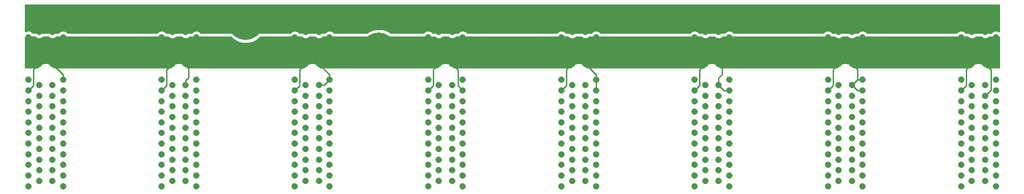
<source format=gbr>
G04 #@! TF.GenerationSoftware,KiCad,Pcbnew,5.1.5*
G04 #@! TF.CreationDate,2020-04-28T21:46:35+02:00*
G04 #@! TF.ProjectId,backplane,6261636b-706c-4616-9e65-2e6b69636164,rev?*
G04 #@! TF.SameCoordinates,Original*
G04 #@! TF.FileFunction,Copper,L2,Bot*
G04 #@! TF.FilePolarity,Positive*
%FSLAX46Y46*%
G04 Gerber Fmt 4.6, Leading zero omitted, Abs format (unit mm)*
G04 Created by KiCad (PCBNEW 5.1.5) date 2020-04-28 21:46:35*
%MOMM*%
%LPD*%
G04 APERTURE LIST*
%ADD10C,0.800000*%
%ADD11C,6.400000*%
%ADD12C,1.208000*%
%ADD13R,1.208000X1.208000*%
%ADD14C,0.250000*%
%ADD15C,0.254000*%
G04 APERTURE END LIST*
D10*
X99197056Y-40802944D03*
X97500000Y-40100000D03*
X95802944Y-40802944D03*
X95100000Y-42500000D03*
X95802944Y-44197056D03*
X97500000Y-44900000D03*
X99197056Y-44197056D03*
X99900000Y-42500000D03*
D11*
X97500000Y-42500000D03*
X122500000Y-47500000D03*
D10*
X124900000Y-47500000D03*
X124197056Y-49197056D03*
X122500000Y-49900000D03*
X120802944Y-49197056D03*
X120100000Y-47500000D03*
X120802944Y-45802944D03*
X122500000Y-45100000D03*
X124197056Y-45802944D03*
D12*
X58750000Y-72200000D03*
X56750000Y-71200000D03*
X58750000Y-70200000D03*
X56750000Y-69200000D03*
X58750000Y-68200000D03*
X56750000Y-67200000D03*
X58750000Y-66200000D03*
X56750000Y-65200000D03*
X58750000Y-64200000D03*
X56750000Y-63200000D03*
X58750000Y-62200000D03*
X56750000Y-61200000D03*
X58750000Y-60200000D03*
X56750000Y-59200000D03*
X58750000Y-58200000D03*
X56750000Y-57200000D03*
X58750000Y-56200000D03*
X56750000Y-55200000D03*
X58750000Y-54200000D03*
X58750000Y-50200000D03*
X56750000Y-49200000D03*
X58750000Y-48200000D03*
X56750000Y-47200000D03*
X58750000Y-46200000D03*
X56750000Y-45200000D03*
X58750000Y-44200000D03*
X56750000Y-43200000D03*
X58750000Y-42200000D03*
X61250000Y-72200000D03*
X63250000Y-71200000D03*
X61250000Y-70200000D03*
X63250000Y-69200000D03*
X61250000Y-68200000D03*
X63250000Y-67200000D03*
X61250000Y-66200000D03*
X63250000Y-65200000D03*
X61250000Y-64200000D03*
X63250000Y-63200000D03*
X61250000Y-62200000D03*
X63250000Y-61200000D03*
X61250000Y-60200000D03*
X63250000Y-59200000D03*
X61250000Y-58200000D03*
X63250000Y-57200000D03*
X61250000Y-56200000D03*
X63250000Y-55200000D03*
X61250000Y-50200000D03*
X63250000Y-49200000D03*
X61250000Y-48200000D03*
X63250000Y-47200000D03*
X61250000Y-46200000D03*
X63250000Y-45200000D03*
X61250000Y-44200000D03*
X63250000Y-43200000D03*
X61250000Y-42200000D03*
X63250000Y-41200000D03*
X56750000Y-41200000D03*
X58750000Y-40200000D03*
D13*
X61250000Y-40200000D03*
D12*
X56750000Y-73200000D03*
X56750000Y-53200000D03*
X61250000Y-54200000D03*
X63250000Y-53200000D03*
X63250000Y-73200000D03*
X88250000Y-73200000D03*
X88250000Y-53200000D03*
X86250000Y-54200000D03*
X81750000Y-53200000D03*
X81750000Y-73200000D03*
D13*
X86250000Y-40200000D03*
D12*
X83750000Y-40200000D03*
X81750000Y-41200000D03*
X88250000Y-41200000D03*
X86250000Y-42200000D03*
X88250000Y-43200000D03*
X86250000Y-44200000D03*
X88250000Y-45200000D03*
X86250000Y-46200000D03*
X88250000Y-47200000D03*
X86250000Y-48200000D03*
X88250000Y-49200000D03*
X86250000Y-50200000D03*
X88250000Y-55200000D03*
X86250000Y-56200000D03*
X88250000Y-57200000D03*
X86250000Y-58200000D03*
X88250000Y-59200000D03*
X86250000Y-60200000D03*
X88250000Y-61200000D03*
X86250000Y-62200000D03*
X88250000Y-63200000D03*
X86250000Y-64200000D03*
X88250000Y-65200000D03*
X86250000Y-66200000D03*
X88250000Y-67200000D03*
X86250000Y-68200000D03*
X88250000Y-69200000D03*
X86250000Y-70200000D03*
X88250000Y-71200000D03*
X86250000Y-72200000D03*
X83750000Y-42200000D03*
X81750000Y-43200000D03*
X83750000Y-44200000D03*
X81750000Y-45200000D03*
X83750000Y-46200000D03*
X81750000Y-47200000D03*
X83750000Y-48200000D03*
X81750000Y-49200000D03*
X83750000Y-50200000D03*
X83750000Y-54200000D03*
X81750000Y-55200000D03*
X83750000Y-56200000D03*
X81750000Y-57200000D03*
X83750000Y-58200000D03*
X81750000Y-59200000D03*
X83750000Y-60200000D03*
X81750000Y-61200000D03*
X83750000Y-62200000D03*
X81750000Y-63200000D03*
X83750000Y-64200000D03*
X81750000Y-65200000D03*
X83750000Y-66200000D03*
X81750000Y-67200000D03*
X83750000Y-68200000D03*
X81750000Y-69200000D03*
X83750000Y-70200000D03*
X81750000Y-71200000D03*
X83750000Y-72200000D03*
X108750000Y-72200000D03*
X106750000Y-71200000D03*
X108750000Y-70200000D03*
X106750000Y-69200000D03*
X108750000Y-68200000D03*
X106750000Y-67200000D03*
X108750000Y-66200000D03*
X106750000Y-65200000D03*
X108750000Y-64200000D03*
X106750000Y-63200000D03*
X108750000Y-62200000D03*
X106750000Y-61200000D03*
X108750000Y-60200000D03*
X106750000Y-59200000D03*
X108750000Y-58200000D03*
X106750000Y-57200000D03*
X108750000Y-56200000D03*
X106750000Y-55200000D03*
X108750000Y-54200000D03*
X108750000Y-50200000D03*
X106750000Y-49200000D03*
X108750000Y-48200000D03*
X106750000Y-47200000D03*
X108750000Y-46200000D03*
X106750000Y-45200000D03*
X108750000Y-44200000D03*
X106750000Y-43200000D03*
X108750000Y-42200000D03*
X111250000Y-72200000D03*
X113250000Y-71200000D03*
X111250000Y-70200000D03*
X113250000Y-69200000D03*
X111250000Y-68200000D03*
X113250000Y-67200000D03*
X111250000Y-66200000D03*
X113250000Y-65200000D03*
X111250000Y-64200000D03*
X113250000Y-63200000D03*
X111250000Y-62200000D03*
X113250000Y-61200000D03*
X111250000Y-60200000D03*
X113250000Y-59200000D03*
X111250000Y-58200000D03*
X113250000Y-57200000D03*
X111250000Y-56200000D03*
X113250000Y-55200000D03*
X111250000Y-50200000D03*
X113250000Y-49200000D03*
X111250000Y-48200000D03*
X113250000Y-47200000D03*
X111250000Y-46200000D03*
X113250000Y-45200000D03*
X111250000Y-44200000D03*
X113250000Y-43200000D03*
X111250000Y-42200000D03*
X113250000Y-41200000D03*
X106750000Y-41200000D03*
X108750000Y-40200000D03*
D13*
X111250000Y-40200000D03*
D12*
X106750000Y-73200000D03*
X106750000Y-53200000D03*
X111250000Y-54200000D03*
X113250000Y-53200000D03*
X113250000Y-73200000D03*
X138250000Y-73200000D03*
X138250000Y-53200000D03*
X136250000Y-54200000D03*
X131750000Y-53200000D03*
X131750000Y-73200000D03*
D13*
X136250000Y-40200000D03*
D12*
X133750000Y-40200000D03*
X131750000Y-41200000D03*
X138250000Y-41200000D03*
X136250000Y-42200000D03*
X138250000Y-43200000D03*
X136250000Y-44200000D03*
X138250000Y-45200000D03*
X136250000Y-46200000D03*
X138250000Y-47200000D03*
X136250000Y-48200000D03*
X138250000Y-49200000D03*
X136250000Y-50200000D03*
X138250000Y-55200000D03*
X136250000Y-56200000D03*
X138250000Y-57200000D03*
X136250000Y-58200000D03*
X138250000Y-59200000D03*
X136250000Y-60200000D03*
X138250000Y-61200000D03*
X136250000Y-62200000D03*
X138250000Y-63200000D03*
X136250000Y-64200000D03*
X138250000Y-65200000D03*
X136250000Y-66200000D03*
X138250000Y-67200000D03*
X136250000Y-68200000D03*
X138250000Y-69200000D03*
X136250000Y-70200000D03*
X138250000Y-71200000D03*
X136250000Y-72200000D03*
X133750000Y-42200000D03*
X131750000Y-43200000D03*
X133750000Y-44200000D03*
X131750000Y-45200000D03*
X133750000Y-46200000D03*
X131750000Y-47200000D03*
X133750000Y-48200000D03*
X131750000Y-49200000D03*
X133750000Y-50200000D03*
X133750000Y-54200000D03*
X131750000Y-55200000D03*
X133750000Y-56200000D03*
X131750000Y-57200000D03*
X133750000Y-58200000D03*
X131750000Y-59200000D03*
X133750000Y-60200000D03*
X131750000Y-61200000D03*
X133750000Y-62200000D03*
X131750000Y-63200000D03*
X133750000Y-64200000D03*
X131750000Y-65200000D03*
X133750000Y-66200000D03*
X131750000Y-67200000D03*
X133750000Y-68200000D03*
X131750000Y-69200000D03*
X133750000Y-70200000D03*
X131750000Y-71200000D03*
X133750000Y-72200000D03*
X158750000Y-72200000D03*
X156750000Y-71200000D03*
X158750000Y-70200000D03*
X156750000Y-69200000D03*
X158750000Y-68200000D03*
X156750000Y-67200000D03*
X158750000Y-66200000D03*
X156750000Y-65200000D03*
X158750000Y-64200000D03*
X156750000Y-63200000D03*
X158750000Y-62200000D03*
X156750000Y-61200000D03*
X158750000Y-60200000D03*
X156750000Y-59200000D03*
X158750000Y-58200000D03*
X156750000Y-57200000D03*
X158750000Y-56200000D03*
X156750000Y-55200000D03*
X158750000Y-54200000D03*
X158750000Y-50200000D03*
X156750000Y-49200000D03*
X158750000Y-48200000D03*
X156750000Y-47200000D03*
X158750000Y-46200000D03*
X156750000Y-45200000D03*
X158750000Y-44200000D03*
X156750000Y-43200000D03*
X158750000Y-42200000D03*
X161250000Y-72200000D03*
X163250000Y-71200000D03*
X161250000Y-70200000D03*
X163250000Y-69200000D03*
X161250000Y-68200000D03*
X163250000Y-67200000D03*
X161250000Y-66200000D03*
X163250000Y-65200000D03*
X161250000Y-64200000D03*
X163250000Y-63200000D03*
X161250000Y-62200000D03*
X163250000Y-61200000D03*
X161250000Y-60200000D03*
X163250000Y-59200000D03*
X161250000Y-58200000D03*
X163250000Y-57200000D03*
X161250000Y-56200000D03*
X163250000Y-55200000D03*
X161250000Y-50200000D03*
X163250000Y-49200000D03*
X161250000Y-48200000D03*
X163250000Y-47200000D03*
X161250000Y-46200000D03*
X163250000Y-45200000D03*
X161250000Y-44200000D03*
X163250000Y-43200000D03*
X161250000Y-42200000D03*
X163250000Y-41200000D03*
X156750000Y-41200000D03*
X158750000Y-40200000D03*
D13*
X161250000Y-40200000D03*
D12*
X156750000Y-73200000D03*
X156750000Y-53200000D03*
X161250000Y-54200000D03*
X163250000Y-53200000D03*
X163250000Y-73200000D03*
X188250000Y-73200000D03*
X188250000Y-53200000D03*
X186250000Y-54200000D03*
X181750000Y-53200000D03*
X181750000Y-73200000D03*
D13*
X186250000Y-40200000D03*
D12*
X183750000Y-40200000D03*
X181750000Y-41200000D03*
X188250000Y-41200000D03*
X186250000Y-42200000D03*
X188250000Y-43200000D03*
X186250000Y-44200000D03*
X188250000Y-45200000D03*
X186250000Y-46200000D03*
X188250000Y-47200000D03*
X186250000Y-48200000D03*
X188250000Y-49200000D03*
X186250000Y-50200000D03*
X188250000Y-55200000D03*
X186250000Y-56200000D03*
X188250000Y-57200000D03*
X186250000Y-58200000D03*
X188250000Y-59200000D03*
X186250000Y-60200000D03*
X188250000Y-61200000D03*
X186250000Y-62200000D03*
X188250000Y-63200000D03*
X186250000Y-64200000D03*
X188250000Y-65200000D03*
X186250000Y-66200000D03*
X188250000Y-67200000D03*
X186250000Y-68200000D03*
X188250000Y-69200000D03*
X186250000Y-70200000D03*
X188250000Y-71200000D03*
X186250000Y-72200000D03*
X183750000Y-42200000D03*
X181750000Y-43200000D03*
X183750000Y-44200000D03*
X181750000Y-45200000D03*
X183750000Y-46200000D03*
X181750000Y-47200000D03*
X183750000Y-48200000D03*
X181750000Y-49200000D03*
X183750000Y-50200000D03*
X183750000Y-54200000D03*
X181750000Y-55200000D03*
X183750000Y-56200000D03*
X181750000Y-57200000D03*
X183750000Y-58200000D03*
X181750000Y-59200000D03*
X183750000Y-60200000D03*
X181750000Y-61200000D03*
X183750000Y-62200000D03*
X181750000Y-63200000D03*
X183750000Y-64200000D03*
X181750000Y-65200000D03*
X183750000Y-66200000D03*
X181750000Y-67200000D03*
X183750000Y-68200000D03*
X181750000Y-69200000D03*
X183750000Y-70200000D03*
X181750000Y-71200000D03*
X183750000Y-72200000D03*
X208750000Y-72200000D03*
X206750000Y-71200000D03*
X208750000Y-70200000D03*
X206750000Y-69200000D03*
X208750000Y-68200000D03*
X206750000Y-67200000D03*
X208750000Y-66200000D03*
X206750000Y-65200000D03*
X208750000Y-64200000D03*
X206750000Y-63200000D03*
X208750000Y-62200000D03*
X206750000Y-61200000D03*
X208750000Y-60200000D03*
X206750000Y-59200000D03*
X208750000Y-58200000D03*
X206750000Y-57200000D03*
X208750000Y-56200000D03*
X206750000Y-55200000D03*
X208750000Y-54200000D03*
X208750000Y-50200000D03*
X206750000Y-49200000D03*
X208750000Y-48200000D03*
X206750000Y-47200000D03*
X208750000Y-46200000D03*
X206750000Y-45200000D03*
X208750000Y-44200000D03*
X206750000Y-43200000D03*
X208750000Y-42200000D03*
X211250000Y-72200000D03*
X213250000Y-71200000D03*
X211250000Y-70200000D03*
X213250000Y-69200000D03*
X211250000Y-68200000D03*
X213250000Y-67200000D03*
X211250000Y-66200000D03*
X213250000Y-65200000D03*
X211250000Y-64200000D03*
X213250000Y-63200000D03*
X211250000Y-62200000D03*
X213250000Y-61200000D03*
X211250000Y-60200000D03*
X213250000Y-59200000D03*
X211250000Y-58200000D03*
X213250000Y-57200000D03*
X211250000Y-56200000D03*
X213250000Y-55200000D03*
X211250000Y-50200000D03*
X213250000Y-49200000D03*
X211250000Y-48200000D03*
X213250000Y-47200000D03*
X211250000Y-46200000D03*
X213250000Y-45200000D03*
X211250000Y-44200000D03*
X213250000Y-43200000D03*
X211250000Y-42200000D03*
X213250000Y-41200000D03*
X206750000Y-41200000D03*
X208750000Y-40200000D03*
D13*
X211250000Y-40200000D03*
D12*
X206750000Y-73200000D03*
X206750000Y-53200000D03*
X211250000Y-54200000D03*
X213250000Y-53200000D03*
X213250000Y-73200000D03*
X238250000Y-73200000D03*
X238250000Y-53200000D03*
X236250000Y-54200000D03*
X231750000Y-53200000D03*
X231750000Y-73200000D03*
D13*
X236250000Y-40200000D03*
D12*
X233750000Y-40200000D03*
X231750000Y-41200000D03*
X238250000Y-41200000D03*
X236250000Y-42200000D03*
X238250000Y-43200000D03*
X236250000Y-44200000D03*
X238250000Y-45200000D03*
X236250000Y-46200000D03*
X238250000Y-47200000D03*
X236250000Y-48200000D03*
X238250000Y-49200000D03*
X236250000Y-50200000D03*
X238250000Y-55200000D03*
X236250000Y-56200000D03*
X238250000Y-57200000D03*
X236250000Y-58200000D03*
X238250000Y-59200000D03*
X236250000Y-60200000D03*
X238250000Y-61200000D03*
X236250000Y-62200000D03*
X238250000Y-63200000D03*
X236250000Y-64200000D03*
X238250000Y-65200000D03*
X236250000Y-66200000D03*
X238250000Y-67200000D03*
X236250000Y-68200000D03*
X238250000Y-69200000D03*
X236250000Y-70200000D03*
X238250000Y-71200000D03*
X236250000Y-72200000D03*
X233750000Y-42200000D03*
X231750000Y-43200000D03*
X233750000Y-44200000D03*
X231750000Y-45200000D03*
X233750000Y-46200000D03*
X231750000Y-47200000D03*
X233750000Y-48200000D03*
X231750000Y-49200000D03*
X233750000Y-50200000D03*
X233750000Y-54200000D03*
X231750000Y-55200000D03*
X233750000Y-56200000D03*
X231750000Y-57200000D03*
X233750000Y-58200000D03*
X231750000Y-59200000D03*
X233750000Y-60200000D03*
X231750000Y-61200000D03*
X233750000Y-62200000D03*
X231750000Y-63200000D03*
X233750000Y-64200000D03*
X231750000Y-65200000D03*
X233750000Y-66200000D03*
X231750000Y-67200000D03*
X233750000Y-68200000D03*
X231750000Y-69200000D03*
X233750000Y-70200000D03*
X231750000Y-71200000D03*
X233750000Y-72200000D03*
D14*
X58146001Y-50803999D02*
X58750000Y-50200000D01*
X57679001Y-54270999D02*
X57679001Y-51270999D01*
X57679001Y-51270999D02*
X58146001Y-50803999D01*
X56750000Y-55200000D02*
X57679001Y-54270999D01*
X63250000Y-52200000D02*
X61250000Y-50200000D01*
X63250000Y-53200000D02*
X63250000Y-52200000D01*
X83146001Y-50803999D02*
X83750000Y-50200000D01*
X82679001Y-51270999D02*
X83146001Y-50803999D01*
X82679001Y-54270999D02*
X82679001Y-51270999D01*
X81750000Y-55200000D02*
X82679001Y-54270999D01*
X86853999Y-50803999D02*
X86250000Y-50200000D01*
X86853999Y-52741817D02*
X86853999Y-50803999D01*
X86250000Y-54200000D02*
X86250000Y-53345816D01*
X86250000Y-53345816D02*
X86853999Y-52741817D01*
X108146001Y-50803999D02*
X108750000Y-50200000D01*
X107679001Y-51270999D02*
X108146001Y-50803999D01*
X107679001Y-54270999D02*
X107679001Y-51270999D01*
X106750000Y-55200000D02*
X107679001Y-54270999D01*
X112250000Y-54200000D02*
X113250000Y-53200000D01*
X111250000Y-54200000D02*
X112250000Y-54200000D01*
X113250000Y-52200000D02*
X111250000Y-50200000D01*
X113250000Y-53200000D02*
X113250000Y-52200000D01*
X133146001Y-50803999D02*
X133750000Y-50200000D01*
X132679001Y-51270999D02*
X133146001Y-50803999D01*
X132679001Y-54270999D02*
X132679001Y-51270999D01*
X131750000Y-55200000D02*
X132679001Y-54270999D01*
X136853999Y-50803999D02*
X136250000Y-50200000D01*
X137320999Y-51270999D02*
X136853999Y-50803999D01*
X137320999Y-54270999D02*
X137320999Y-51270999D01*
X138250000Y-55200000D02*
X137320999Y-54270999D01*
X158146001Y-50803999D02*
X158750000Y-50200000D01*
X157679001Y-51270999D02*
X158146001Y-50803999D01*
X157679001Y-54270999D02*
X157679001Y-51270999D01*
X156750000Y-55200000D02*
X157679001Y-54270999D01*
X163250000Y-55200000D02*
X163250000Y-53200000D01*
X163250000Y-52200000D02*
X161250000Y-50200000D01*
X163250000Y-53200000D02*
X163250000Y-52200000D01*
X182679001Y-51270999D02*
X183146001Y-50803999D01*
X182679001Y-54270999D02*
X182679001Y-51270999D01*
X183146001Y-50803999D02*
X183750000Y-50200000D01*
X181750000Y-55200000D02*
X182679001Y-54270999D01*
X187250000Y-55200000D02*
X186250000Y-54200000D01*
X188250000Y-55200000D02*
X187250000Y-55200000D01*
X186853999Y-50803999D02*
X186250000Y-50200000D01*
X186853999Y-52216003D02*
X186853999Y-50803999D01*
X186250000Y-54200000D02*
X186250000Y-52820002D01*
X186250000Y-52820002D02*
X186853999Y-52216003D01*
X208146001Y-50803999D02*
X208750000Y-50200000D01*
X207679001Y-51270999D02*
X208146001Y-50803999D01*
X207679001Y-54270999D02*
X207679001Y-51270999D01*
X206750000Y-55200000D02*
X207679001Y-54270999D01*
X212250000Y-55200000D02*
X211250000Y-54200000D01*
X213250000Y-55200000D02*
X212250000Y-55200000D01*
X212250000Y-53200000D02*
X211250000Y-54200000D01*
X213250000Y-53200000D02*
X212250000Y-53200000D01*
X212250000Y-51200000D02*
X211250000Y-50200000D01*
X212250000Y-53200000D02*
X212250000Y-51200000D01*
X232679001Y-51270999D02*
X233146001Y-50803999D01*
X232679001Y-54270999D02*
X232679001Y-51270999D01*
X233146001Y-50803999D02*
X233750000Y-50200000D01*
X231750000Y-55200000D02*
X232679001Y-54270999D01*
X236853999Y-50803999D02*
X236250000Y-50200000D01*
X237320999Y-51270999D02*
X236853999Y-50803999D01*
X237320999Y-55129001D02*
X237320999Y-51270999D01*
X236250000Y-56200000D02*
X237320999Y-55129001D01*
D15*
G36*
X238840000Y-44104092D02*
G01*
X238836887Y-44102012D01*
X238611403Y-44008614D01*
X238372031Y-43961000D01*
X238127969Y-43961000D01*
X237888597Y-44008614D01*
X237663113Y-44102012D01*
X237460184Y-44237606D01*
X237324790Y-44373000D01*
X232675210Y-44373000D01*
X232539816Y-44237606D01*
X232336887Y-44102012D01*
X232111403Y-44008614D01*
X231872031Y-43961000D01*
X231627969Y-43961000D01*
X231388597Y-44008614D01*
X231163113Y-44102012D01*
X230960184Y-44237606D01*
X230824790Y-44373000D01*
X214175210Y-44373000D01*
X214039816Y-44237606D01*
X213836887Y-44102012D01*
X213611403Y-44008614D01*
X213372031Y-43961000D01*
X213127969Y-43961000D01*
X212888597Y-44008614D01*
X212663113Y-44102012D01*
X212460184Y-44237606D01*
X212324790Y-44373000D01*
X207675210Y-44373000D01*
X207539816Y-44237606D01*
X207336887Y-44102012D01*
X207111403Y-44008614D01*
X206872031Y-43961000D01*
X206627969Y-43961000D01*
X206388597Y-44008614D01*
X206163113Y-44102012D01*
X205960184Y-44237606D01*
X205824790Y-44373000D01*
X189175210Y-44373000D01*
X189039816Y-44237606D01*
X188836887Y-44102012D01*
X188611403Y-44008614D01*
X188372031Y-43961000D01*
X188127969Y-43961000D01*
X187888597Y-44008614D01*
X187663113Y-44102012D01*
X187460184Y-44237606D01*
X187324790Y-44373000D01*
X182675210Y-44373000D01*
X182539816Y-44237606D01*
X182336887Y-44102012D01*
X182111403Y-44008614D01*
X181872031Y-43961000D01*
X181627969Y-43961000D01*
X181388597Y-44008614D01*
X181163113Y-44102012D01*
X180960184Y-44237606D01*
X180824790Y-44373000D01*
X164175210Y-44373000D01*
X164039816Y-44237606D01*
X163836887Y-44102012D01*
X163611403Y-44008614D01*
X163372031Y-43961000D01*
X163127969Y-43961000D01*
X162888597Y-44008614D01*
X162663113Y-44102012D01*
X162460184Y-44237606D01*
X162324790Y-44373000D01*
X157675210Y-44373000D01*
X157539816Y-44237606D01*
X157336887Y-44102012D01*
X157111403Y-44008614D01*
X156872031Y-43961000D01*
X156627969Y-43961000D01*
X156388597Y-44008614D01*
X156163113Y-44102012D01*
X155960184Y-44237606D01*
X155824790Y-44373000D01*
X139175210Y-44373000D01*
X139039816Y-44237606D01*
X138836887Y-44102012D01*
X138611403Y-44008614D01*
X138372031Y-43961000D01*
X138127969Y-43961000D01*
X137888597Y-44008614D01*
X137663113Y-44102012D01*
X137460184Y-44237606D01*
X137324790Y-44373000D01*
X132675210Y-44373000D01*
X132539816Y-44237606D01*
X132336887Y-44102012D01*
X132111403Y-44008614D01*
X131872031Y-43961000D01*
X131627969Y-43961000D01*
X131388597Y-44008614D01*
X131163113Y-44102012D01*
X130960184Y-44237606D01*
X130824790Y-44373000D01*
X124722932Y-44373000D01*
X124316554Y-44101467D01*
X123618628Y-43812377D01*
X122877715Y-43665000D01*
X122122285Y-43665000D01*
X121381372Y-43812377D01*
X120683446Y-44101467D01*
X120277068Y-44373000D01*
X114175210Y-44373000D01*
X114039816Y-44237606D01*
X113836887Y-44102012D01*
X113611403Y-44008614D01*
X113372031Y-43961000D01*
X113127969Y-43961000D01*
X112888597Y-44008614D01*
X112663113Y-44102012D01*
X112460184Y-44237606D01*
X112324790Y-44373000D01*
X107675210Y-44373000D01*
X107539816Y-44237606D01*
X107336887Y-44102012D01*
X107111403Y-44008614D01*
X106872031Y-43961000D01*
X106627969Y-43961000D01*
X106388597Y-44008614D01*
X106163113Y-44102012D01*
X105960184Y-44237606D01*
X105824790Y-44373000D01*
X89175210Y-44373000D01*
X89039816Y-44237606D01*
X88836887Y-44102012D01*
X88611403Y-44008614D01*
X88372031Y-43961000D01*
X88127969Y-43961000D01*
X87888597Y-44008614D01*
X87663113Y-44102012D01*
X87460184Y-44237606D01*
X87324790Y-44373000D01*
X82675210Y-44373000D01*
X82539816Y-44237606D01*
X82336887Y-44102012D01*
X82111403Y-44008614D01*
X81872031Y-43961000D01*
X81627969Y-43961000D01*
X81388597Y-44008614D01*
X81163113Y-44102012D01*
X80960184Y-44237606D01*
X80824790Y-44373000D01*
X64175210Y-44373000D01*
X64039816Y-44237606D01*
X63836887Y-44102012D01*
X63611403Y-44008614D01*
X63372031Y-43961000D01*
X63127969Y-43961000D01*
X62888597Y-44008614D01*
X62663113Y-44102012D01*
X62460184Y-44237606D01*
X62324790Y-44373000D01*
X57675210Y-44373000D01*
X57539816Y-44237606D01*
X57336887Y-44102012D01*
X57111403Y-44008614D01*
X56872031Y-43961000D01*
X56627969Y-43961000D01*
X56388597Y-44008614D01*
X56163113Y-44102012D01*
X56127000Y-44126142D01*
X56127000Y-39127000D01*
X238840000Y-39127000D01*
X238840000Y-44104092D01*
G37*
X238840000Y-44104092D02*
X238836887Y-44102012D01*
X238611403Y-44008614D01*
X238372031Y-43961000D01*
X238127969Y-43961000D01*
X237888597Y-44008614D01*
X237663113Y-44102012D01*
X237460184Y-44237606D01*
X237324790Y-44373000D01*
X232675210Y-44373000D01*
X232539816Y-44237606D01*
X232336887Y-44102012D01*
X232111403Y-44008614D01*
X231872031Y-43961000D01*
X231627969Y-43961000D01*
X231388597Y-44008614D01*
X231163113Y-44102012D01*
X230960184Y-44237606D01*
X230824790Y-44373000D01*
X214175210Y-44373000D01*
X214039816Y-44237606D01*
X213836887Y-44102012D01*
X213611403Y-44008614D01*
X213372031Y-43961000D01*
X213127969Y-43961000D01*
X212888597Y-44008614D01*
X212663113Y-44102012D01*
X212460184Y-44237606D01*
X212324790Y-44373000D01*
X207675210Y-44373000D01*
X207539816Y-44237606D01*
X207336887Y-44102012D01*
X207111403Y-44008614D01*
X206872031Y-43961000D01*
X206627969Y-43961000D01*
X206388597Y-44008614D01*
X206163113Y-44102012D01*
X205960184Y-44237606D01*
X205824790Y-44373000D01*
X189175210Y-44373000D01*
X189039816Y-44237606D01*
X188836887Y-44102012D01*
X188611403Y-44008614D01*
X188372031Y-43961000D01*
X188127969Y-43961000D01*
X187888597Y-44008614D01*
X187663113Y-44102012D01*
X187460184Y-44237606D01*
X187324790Y-44373000D01*
X182675210Y-44373000D01*
X182539816Y-44237606D01*
X182336887Y-44102012D01*
X182111403Y-44008614D01*
X181872031Y-43961000D01*
X181627969Y-43961000D01*
X181388597Y-44008614D01*
X181163113Y-44102012D01*
X180960184Y-44237606D01*
X180824790Y-44373000D01*
X164175210Y-44373000D01*
X164039816Y-44237606D01*
X163836887Y-44102012D01*
X163611403Y-44008614D01*
X163372031Y-43961000D01*
X163127969Y-43961000D01*
X162888597Y-44008614D01*
X162663113Y-44102012D01*
X162460184Y-44237606D01*
X162324790Y-44373000D01*
X157675210Y-44373000D01*
X157539816Y-44237606D01*
X157336887Y-44102012D01*
X157111403Y-44008614D01*
X156872031Y-43961000D01*
X156627969Y-43961000D01*
X156388597Y-44008614D01*
X156163113Y-44102012D01*
X155960184Y-44237606D01*
X155824790Y-44373000D01*
X139175210Y-44373000D01*
X139039816Y-44237606D01*
X138836887Y-44102012D01*
X138611403Y-44008614D01*
X138372031Y-43961000D01*
X138127969Y-43961000D01*
X137888597Y-44008614D01*
X137663113Y-44102012D01*
X137460184Y-44237606D01*
X137324790Y-44373000D01*
X132675210Y-44373000D01*
X132539816Y-44237606D01*
X132336887Y-44102012D01*
X132111403Y-44008614D01*
X131872031Y-43961000D01*
X131627969Y-43961000D01*
X131388597Y-44008614D01*
X131163113Y-44102012D01*
X130960184Y-44237606D01*
X130824790Y-44373000D01*
X124722932Y-44373000D01*
X124316554Y-44101467D01*
X123618628Y-43812377D01*
X122877715Y-43665000D01*
X122122285Y-43665000D01*
X121381372Y-43812377D01*
X120683446Y-44101467D01*
X120277068Y-44373000D01*
X114175210Y-44373000D01*
X114039816Y-44237606D01*
X113836887Y-44102012D01*
X113611403Y-44008614D01*
X113372031Y-43961000D01*
X113127969Y-43961000D01*
X112888597Y-44008614D01*
X112663113Y-44102012D01*
X112460184Y-44237606D01*
X112324790Y-44373000D01*
X107675210Y-44373000D01*
X107539816Y-44237606D01*
X107336887Y-44102012D01*
X107111403Y-44008614D01*
X106872031Y-43961000D01*
X106627969Y-43961000D01*
X106388597Y-44008614D01*
X106163113Y-44102012D01*
X105960184Y-44237606D01*
X105824790Y-44373000D01*
X89175210Y-44373000D01*
X89039816Y-44237606D01*
X88836887Y-44102012D01*
X88611403Y-44008614D01*
X88372031Y-43961000D01*
X88127969Y-43961000D01*
X87888597Y-44008614D01*
X87663113Y-44102012D01*
X87460184Y-44237606D01*
X87324790Y-44373000D01*
X82675210Y-44373000D01*
X82539816Y-44237606D01*
X82336887Y-44102012D01*
X82111403Y-44008614D01*
X81872031Y-43961000D01*
X81627969Y-43961000D01*
X81388597Y-44008614D01*
X81163113Y-44102012D01*
X80960184Y-44237606D01*
X80824790Y-44373000D01*
X64175210Y-44373000D01*
X64039816Y-44237606D01*
X63836887Y-44102012D01*
X63611403Y-44008614D01*
X63372031Y-43961000D01*
X63127969Y-43961000D01*
X62888597Y-44008614D01*
X62663113Y-44102012D01*
X62460184Y-44237606D01*
X62324790Y-44373000D01*
X57675210Y-44373000D01*
X57539816Y-44237606D01*
X57336887Y-44102012D01*
X57111403Y-44008614D01*
X56872031Y-43961000D01*
X56627969Y-43961000D01*
X56388597Y-44008614D01*
X56163113Y-44102012D01*
X56127000Y-44126142D01*
X56127000Y-39127000D01*
X238840000Y-39127000D01*
X238840000Y-44104092D01*
G36*
X57960184Y-45162394D02*
G01*
X58163113Y-45297988D01*
X58388597Y-45391386D01*
X58627969Y-45439000D01*
X58872031Y-45439000D01*
X59111403Y-45391386D01*
X59336887Y-45297988D01*
X59539816Y-45162394D01*
X59575210Y-45127000D01*
X60424790Y-45127000D01*
X60460184Y-45162394D01*
X60663113Y-45297988D01*
X60888597Y-45391386D01*
X61127969Y-45439000D01*
X61372031Y-45439000D01*
X61611403Y-45391386D01*
X61836887Y-45297988D01*
X62039816Y-45162394D01*
X62075210Y-45127000D01*
X82924790Y-45127000D01*
X82960184Y-45162394D01*
X83163113Y-45297988D01*
X83388597Y-45391386D01*
X83627969Y-45439000D01*
X83872031Y-45439000D01*
X84111403Y-45391386D01*
X84336887Y-45297988D01*
X84539816Y-45162394D01*
X84575210Y-45127000D01*
X85424790Y-45127000D01*
X85460184Y-45162394D01*
X85663113Y-45297988D01*
X85888597Y-45391386D01*
X86127969Y-45439000D01*
X86372031Y-45439000D01*
X86611403Y-45391386D01*
X86836887Y-45297988D01*
X87039816Y-45162394D01*
X87075210Y-45127000D01*
X94703491Y-45127000D01*
X95055330Y-45478839D01*
X95683446Y-45898533D01*
X96381372Y-46187623D01*
X97122285Y-46335000D01*
X97877715Y-46335000D01*
X98618628Y-46187623D01*
X99316554Y-45898533D01*
X99944670Y-45478839D01*
X100296509Y-45127000D01*
X107924790Y-45127000D01*
X107960184Y-45162394D01*
X108163113Y-45297988D01*
X108388597Y-45391386D01*
X108627969Y-45439000D01*
X108872031Y-45439000D01*
X109111403Y-45391386D01*
X109336887Y-45297988D01*
X109539816Y-45162394D01*
X109575210Y-45127000D01*
X110424790Y-45127000D01*
X110460184Y-45162394D01*
X110663113Y-45297988D01*
X110888597Y-45391386D01*
X111127969Y-45439000D01*
X111372031Y-45439000D01*
X111611403Y-45391386D01*
X111836887Y-45297988D01*
X112039816Y-45162394D01*
X112075210Y-45127000D01*
X132924790Y-45127000D01*
X132960184Y-45162394D01*
X133163113Y-45297988D01*
X133388597Y-45391386D01*
X133627969Y-45439000D01*
X133872031Y-45439000D01*
X134111403Y-45391386D01*
X134336887Y-45297988D01*
X134539816Y-45162394D01*
X134575210Y-45127000D01*
X135424790Y-45127000D01*
X135460184Y-45162394D01*
X135663113Y-45297988D01*
X135888597Y-45391386D01*
X136127969Y-45439000D01*
X136372031Y-45439000D01*
X136611403Y-45391386D01*
X136836887Y-45297988D01*
X137039816Y-45162394D01*
X137075210Y-45127000D01*
X157924790Y-45127000D01*
X157960184Y-45162394D01*
X158163113Y-45297988D01*
X158388597Y-45391386D01*
X158627969Y-45439000D01*
X158872031Y-45439000D01*
X159111403Y-45391386D01*
X159336887Y-45297988D01*
X159539816Y-45162394D01*
X159575210Y-45127000D01*
X160424790Y-45127000D01*
X160460184Y-45162394D01*
X160663113Y-45297988D01*
X160888597Y-45391386D01*
X161127969Y-45439000D01*
X161372031Y-45439000D01*
X161611403Y-45391386D01*
X161836887Y-45297988D01*
X162039816Y-45162394D01*
X162075210Y-45127000D01*
X182924790Y-45127000D01*
X182960184Y-45162394D01*
X183163113Y-45297988D01*
X183388597Y-45391386D01*
X183627969Y-45439000D01*
X183872031Y-45439000D01*
X184111403Y-45391386D01*
X184336887Y-45297988D01*
X184539816Y-45162394D01*
X184575210Y-45127000D01*
X185424790Y-45127000D01*
X185460184Y-45162394D01*
X185663113Y-45297988D01*
X185888597Y-45391386D01*
X186127969Y-45439000D01*
X186372031Y-45439000D01*
X186611403Y-45391386D01*
X186836887Y-45297988D01*
X187039816Y-45162394D01*
X187075210Y-45127000D01*
X207924790Y-45127000D01*
X207960184Y-45162394D01*
X208163113Y-45297988D01*
X208388597Y-45391386D01*
X208627969Y-45439000D01*
X208872031Y-45439000D01*
X209111403Y-45391386D01*
X209336887Y-45297988D01*
X209539816Y-45162394D01*
X209575210Y-45127000D01*
X210424790Y-45127000D01*
X210460184Y-45162394D01*
X210663113Y-45297988D01*
X210888597Y-45391386D01*
X211127969Y-45439000D01*
X211372031Y-45439000D01*
X211611403Y-45391386D01*
X211836887Y-45297988D01*
X212039816Y-45162394D01*
X212075210Y-45127000D01*
X232924790Y-45127000D01*
X232960184Y-45162394D01*
X233163113Y-45297988D01*
X233388597Y-45391386D01*
X233627969Y-45439000D01*
X233872031Y-45439000D01*
X234111403Y-45391386D01*
X234336887Y-45297988D01*
X234539816Y-45162394D01*
X234575210Y-45127000D01*
X235424790Y-45127000D01*
X235460184Y-45162394D01*
X235663113Y-45297988D01*
X235888597Y-45391386D01*
X236127969Y-45439000D01*
X236372031Y-45439000D01*
X236611403Y-45391386D01*
X236836887Y-45297988D01*
X237039816Y-45162394D01*
X237075210Y-45127000D01*
X238840000Y-45127000D01*
X238840000Y-50873000D01*
X236524058Y-50873000D01*
X236405919Y-50696192D01*
X236153808Y-50444081D01*
X235857357Y-50245999D01*
X235527958Y-50109557D01*
X235178269Y-50040000D01*
X234821731Y-50040000D01*
X234472042Y-50109557D01*
X234142643Y-50245999D01*
X233846192Y-50444081D01*
X233594081Y-50696192D01*
X233475942Y-50873000D01*
X211524058Y-50873000D01*
X211405919Y-50696192D01*
X211153808Y-50444081D01*
X210857357Y-50245999D01*
X210527958Y-50109557D01*
X210178269Y-50040000D01*
X209821731Y-50040000D01*
X209472042Y-50109557D01*
X209142643Y-50245999D01*
X208846192Y-50444081D01*
X208594081Y-50696192D01*
X208475942Y-50873000D01*
X186524058Y-50873000D01*
X186405919Y-50696192D01*
X186153808Y-50444081D01*
X185857357Y-50245999D01*
X185527958Y-50109557D01*
X185178269Y-50040000D01*
X184821731Y-50040000D01*
X184472042Y-50109557D01*
X184142643Y-50245999D01*
X183846192Y-50444081D01*
X183594081Y-50696192D01*
X183475942Y-50873000D01*
X161524058Y-50873000D01*
X161405919Y-50696192D01*
X161153808Y-50444081D01*
X160857357Y-50245999D01*
X160527958Y-50109557D01*
X160178269Y-50040000D01*
X159821731Y-50040000D01*
X159472042Y-50109557D01*
X159142643Y-50245999D01*
X158846192Y-50444081D01*
X158594081Y-50696192D01*
X158475942Y-50873000D01*
X136524058Y-50873000D01*
X136405919Y-50696192D01*
X136153808Y-50444081D01*
X135857357Y-50245999D01*
X135527958Y-50109557D01*
X135178269Y-50040000D01*
X134821731Y-50040000D01*
X134472042Y-50109557D01*
X134142643Y-50245999D01*
X133846192Y-50444081D01*
X133594081Y-50696192D01*
X133475942Y-50873000D01*
X111524058Y-50873000D01*
X111405919Y-50696192D01*
X111153808Y-50444081D01*
X110857357Y-50245999D01*
X110527958Y-50109557D01*
X110178269Y-50040000D01*
X109821731Y-50040000D01*
X109472042Y-50109557D01*
X109142643Y-50245999D01*
X108846192Y-50444081D01*
X108594081Y-50696192D01*
X108475942Y-50873000D01*
X86524058Y-50873000D01*
X86405919Y-50696192D01*
X86153808Y-50444081D01*
X85857357Y-50245999D01*
X85527958Y-50109557D01*
X85178269Y-50040000D01*
X84821731Y-50040000D01*
X84472042Y-50109557D01*
X84142643Y-50245999D01*
X83846192Y-50444081D01*
X83594081Y-50696192D01*
X83475942Y-50873000D01*
X61524058Y-50873000D01*
X61405919Y-50696192D01*
X61153808Y-50444081D01*
X60857357Y-50245999D01*
X60527958Y-50109557D01*
X60178269Y-50040000D01*
X59821731Y-50040000D01*
X59472042Y-50109557D01*
X59142643Y-50245999D01*
X58846192Y-50444081D01*
X58594081Y-50696192D01*
X58475942Y-50873000D01*
X56127000Y-50873000D01*
X56127000Y-45127000D01*
X57924790Y-45127000D01*
X57960184Y-45162394D01*
G37*
X57960184Y-45162394D02*
X58163113Y-45297988D01*
X58388597Y-45391386D01*
X58627969Y-45439000D01*
X58872031Y-45439000D01*
X59111403Y-45391386D01*
X59336887Y-45297988D01*
X59539816Y-45162394D01*
X59575210Y-45127000D01*
X60424790Y-45127000D01*
X60460184Y-45162394D01*
X60663113Y-45297988D01*
X60888597Y-45391386D01*
X61127969Y-45439000D01*
X61372031Y-45439000D01*
X61611403Y-45391386D01*
X61836887Y-45297988D01*
X62039816Y-45162394D01*
X62075210Y-45127000D01*
X82924790Y-45127000D01*
X82960184Y-45162394D01*
X83163113Y-45297988D01*
X83388597Y-45391386D01*
X83627969Y-45439000D01*
X83872031Y-45439000D01*
X84111403Y-45391386D01*
X84336887Y-45297988D01*
X84539816Y-45162394D01*
X84575210Y-45127000D01*
X85424790Y-45127000D01*
X85460184Y-45162394D01*
X85663113Y-45297988D01*
X85888597Y-45391386D01*
X86127969Y-45439000D01*
X86372031Y-45439000D01*
X86611403Y-45391386D01*
X86836887Y-45297988D01*
X87039816Y-45162394D01*
X87075210Y-45127000D01*
X94703491Y-45127000D01*
X95055330Y-45478839D01*
X95683446Y-45898533D01*
X96381372Y-46187623D01*
X97122285Y-46335000D01*
X97877715Y-46335000D01*
X98618628Y-46187623D01*
X99316554Y-45898533D01*
X99944670Y-45478839D01*
X100296509Y-45127000D01*
X107924790Y-45127000D01*
X107960184Y-45162394D01*
X108163113Y-45297988D01*
X108388597Y-45391386D01*
X108627969Y-45439000D01*
X108872031Y-45439000D01*
X109111403Y-45391386D01*
X109336887Y-45297988D01*
X109539816Y-45162394D01*
X109575210Y-45127000D01*
X110424790Y-45127000D01*
X110460184Y-45162394D01*
X110663113Y-45297988D01*
X110888597Y-45391386D01*
X111127969Y-45439000D01*
X111372031Y-45439000D01*
X111611403Y-45391386D01*
X111836887Y-45297988D01*
X112039816Y-45162394D01*
X112075210Y-45127000D01*
X132924790Y-45127000D01*
X132960184Y-45162394D01*
X133163113Y-45297988D01*
X133388597Y-45391386D01*
X133627969Y-45439000D01*
X133872031Y-45439000D01*
X134111403Y-45391386D01*
X134336887Y-45297988D01*
X134539816Y-45162394D01*
X134575210Y-45127000D01*
X135424790Y-45127000D01*
X135460184Y-45162394D01*
X135663113Y-45297988D01*
X135888597Y-45391386D01*
X136127969Y-45439000D01*
X136372031Y-45439000D01*
X136611403Y-45391386D01*
X136836887Y-45297988D01*
X137039816Y-45162394D01*
X137075210Y-45127000D01*
X157924790Y-45127000D01*
X157960184Y-45162394D01*
X158163113Y-45297988D01*
X158388597Y-45391386D01*
X158627969Y-45439000D01*
X158872031Y-45439000D01*
X159111403Y-45391386D01*
X159336887Y-45297988D01*
X159539816Y-45162394D01*
X159575210Y-45127000D01*
X160424790Y-45127000D01*
X160460184Y-45162394D01*
X160663113Y-45297988D01*
X160888597Y-45391386D01*
X161127969Y-45439000D01*
X161372031Y-45439000D01*
X161611403Y-45391386D01*
X161836887Y-45297988D01*
X162039816Y-45162394D01*
X162075210Y-45127000D01*
X182924790Y-45127000D01*
X182960184Y-45162394D01*
X183163113Y-45297988D01*
X183388597Y-45391386D01*
X183627969Y-45439000D01*
X183872031Y-45439000D01*
X184111403Y-45391386D01*
X184336887Y-45297988D01*
X184539816Y-45162394D01*
X184575210Y-45127000D01*
X185424790Y-45127000D01*
X185460184Y-45162394D01*
X185663113Y-45297988D01*
X185888597Y-45391386D01*
X186127969Y-45439000D01*
X186372031Y-45439000D01*
X186611403Y-45391386D01*
X186836887Y-45297988D01*
X187039816Y-45162394D01*
X187075210Y-45127000D01*
X207924790Y-45127000D01*
X207960184Y-45162394D01*
X208163113Y-45297988D01*
X208388597Y-45391386D01*
X208627969Y-45439000D01*
X208872031Y-45439000D01*
X209111403Y-45391386D01*
X209336887Y-45297988D01*
X209539816Y-45162394D01*
X209575210Y-45127000D01*
X210424790Y-45127000D01*
X210460184Y-45162394D01*
X210663113Y-45297988D01*
X210888597Y-45391386D01*
X211127969Y-45439000D01*
X211372031Y-45439000D01*
X211611403Y-45391386D01*
X211836887Y-45297988D01*
X212039816Y-45162394D01*
X212075210Y-45127000D01*
X232924790Y-45127000D01*
X232960184Y-45162394D01*
X233163113Y-45297988D01*
X233388597Y-45391386D01*
X233627969Y-45439000D01*
X233872031Y-45439000D01*
X234111403Y-45391386D01*
X234336887Y-45297988D01*
X234539816Y-45162394D01*
X234575210Y-45127000D01*
X235424790Y-45127000D01*
X235460184Y-45162394D01*
X235663113Y-45297988D01*
X235888597Y-45391386D01*
X236127969Y-45439000D01*
X236372031Y-45439000D01*
X236611403Y-45391386D01*
X236836887Y-45297988D01*
X237039816Y-45162394D01*
X237075210Y-45127000D01*
X238840000Y-45127000D01*
X238840000Y-50873000D01*
X236524058Y-50873000D01*
X236405919Y-50696192D01*
X236153808Y-50444081D01*
X235857357Y-50245999D01*
X235527958Y-50109557D01*
X235178269Y-50040000D01*
X234821731Y-50040000D01*
X234472042Y-50109557D01*
X234142643Y-50245999D01*
X233846192Y-50444081D01*
X233594081Y-50696192D01*
X233475942Y-50873000D01*
X211524058Y-50873000D01*
X211405919Y-50696192D01*
X211153808Y-50444081D01*
X210857357Y-50245999D01*
X210527958Y-50109557D01*
X210178269Y-50040000D01*
X209821731Y-50040000D01*
X209472042Y-50109557D01*
X209142643Y-50245999D01*
X208846192Y-50444081D01*
X208594081Y-50696192D01*
X208475942Y-50873000D01*
X186524058Y-50873000D01*
X186405919Y-50696192D01*
X186153808Y-50444081D01*
X185857357Y-50245999D01*
X185527958Y-50109557D01*
X185178269Y-50040000D01*
X184821731Y-50040000D01*
X184472042Y-50109557D01*
X184142643Y-50245999D01*
X183846192Y-50444081D01*
X183594081Y-50696192D01*
X183475942Y-50873000D01*
X161524058Y-50873000D01*
X161405919Y-50696192D01*
X161153808Y-50444081D01*
X160857357Y-50245999D01*
X160527958Y-50109557D01*
X160178269Y-50040000D01*
X159821731Y-50040000D01*
X159472042Y-50109557D01*
X159142643Y-50245999D01*
X158846192Y-50444081D01*
X158594081Y-50696192D01*
X158475942Y-50873000D01*
X136524058Y-50873000D01*
X136405919Y-50696192D01*
X136153808Y-50444081D01*
X135857357Y-50245999D01*
X135527958Y-50109557D01*
X135178269Y-50040000D01*
X134821731Y-50040000D01*
X134472042Y-50109557D01*
X134142643Y-50245999D01*
X133846192Y-50444081D01*
X133594081Y-50696192D01*
X133475942Y-50873000D01*
X111524058Y-50873000D01*
X111405919Y-50696192D01*
X111153808Y-50444081D01*
X110857357Y-50245999D01*
X110527958Y-50109557D01*
X110178269Y-50040000D01*
X109821731Y-50040000D01*
X109472042Y-50109557D01*
X109142643Y-50245999D01*
X108846192Y-50444081D01*
X108594081Y-50696192D01*
X108475942Y-50873000D01*
X86524058Y-50873000D01*
X86405919Y-50696192D01*
X86153808Y-50444081D01*
X85857357Y-50245999D01*
X85527958Y-50109557D01*
X85178269Y-50040000D01*
X84821731Y-50040000D01*
X84472042Y-50109557D01*
X84142643Y-50245999D01*
X83846192Y-50444081D01*
X83594081Y-50696192D01*
X83475942Y-50873000D01*
X61524058Y-50873000D01*
X61405919Y-50696192D01*
X61153808Y-50444081D01*
X60857357Y-50245999D01*
X60527958Y-50109557D01*
X60178269Y-50040000D01*
X59821731Y-50040000D01*
X59472042Y-50109557D01*
X59142643Y-50245999D01*
X58846192Y-50444081D01*
X58594081Y-50696192D01*
X58475942Y-50873000D01*
X56127000Y-50873000D01*
X56127000Y-45127000D01*
X57924790Y-45127000D01*
X57960184Y-45162394D01*
M02*

</source>
